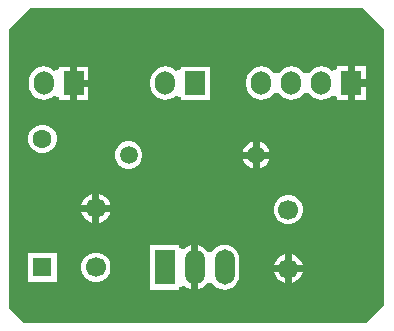
<source format=gbr>
G04*
G04 #@! TF.GenerationSoftware,Altium Limited,Altium Designer,25.8.1 (18)*
G04*
G04 Layer_Physical_Order=2*
G04 Layer_Color=16711680*
%FSLAX42Y42*%
%MOMM*%
G71*
G04*
G04 #@! TF.SameCoordinates,2F32B27C-ED81-4B25-BD7C-17359FCC7723*
G04*
G04*
G04 #@! TF.FilePolarity,Positive*
G04*
G01*
G75*
%ADD18C,1.60*%
%ADD19R,1.60X1.60*%
%ADD22C,1.70*%
%ADD23O,1.70X2.00*%
%ADD24R,1.70X2.00*%
%ADD25R,1.70X3.00*%
%ADD26O,1.70X3.00*%
%ADD27C,1.52*%
G36*
X7849Y12116D02*
Y9779D01*
X7696Y9627D01*
X4801D01*
X4674Y9754D01*
Y12116D01*
X4851Y12294D01*
X7671D01*
X7849Y12116D01*
D02*
G37*
%LPC*%
G36*
X7315Y11801D02*
X7283Y11797D01*
X7252Y11784D01*
X7226Y11764D01*
X7211Y11745D01*
X7188Y11741D01*
X7165Y11745D01*
X7150Y11764D01*
X7124Y11784D01*
X7094Y11797D01*
X7061Y11801D01*
X7029Y11797D01*
X6998Y11784D01*
X6972Y11764D01*
X6957Y11745D01*
X6934Y11741D01*
X6911Y11745D01*
X6896Y11764D01*
X6870Y11784D01*
X6840Y11797D01*
X6807Y11801D01*
X6775Y11797D01*
X6744Y11784D01*
X6718Y11764D01*
X6698Y11738D01*
X6685Y11708D01*
X6681Y11675D01*
Y11645D01*
X6685Y11612D01*
X6698Y11582D01*
X6718Y11556D01*
X6744Y11536D01*
X6775Y11523D01*
X6807Y11519D01*
X6840Y11523D01*
X6870Y11536D01*
X6896Y11556D01*
X6911Y11576D01*
X6934Y11579D01*
X6957Y11576D01*
X6972Y11556D01*
X6998Y11536D01*
X7029Y11523D01*
X7061Y11519D01*
X7094Y11523D01*
X7124Y11536D01*
X7150Y11556D01*
X7165Y11576D01*
X7188Y11579D01*
X7211Y11576D01*
X7226Y11556D01*
X7252Y11536D01*
X7283Y11523D01*
X7315Y11519D01*
X7348Y11523D01*
X7378Y11536D01*
X7404Y11556D01*
X7444Y11542D01*
Y11520D01*
X7539D01*
Y11660D01*
Y11800D01*
X7444D01*
Y11778D01*
X7404Y11764D01*
X7378Y11784D01*
X7348Y11797D01*
X7315Y11801D01*
D02*
G37*
G36*
X7694Y11800D02*
X7599D01*
Y11690D01*
X7694D01*
Y11800D01*
D02*
G37*
G36*
X5342Y11799D02*
X5247D01*
Y11689D01*
X5342D01*
Y11799D01*
D02*
G37*
G36*
X7694Y11630D02*
X7599D01*
Y11520D01*
X7694D01*
Y11630D01*
D02*
G37*
G36*
X5994Y11800D02*
X5962Y11795D01*
X5931Y11783D01*
X5905Y11763D01*
X5885Y11737D01*
X5873Y11706D01*
X5868Y11674D01*
Y11644D01*
X5873Y11611D01*
X5885Y11581D01*
X5905Y11554D01*
X5931Y11534D01*
X5962Y11522D01*
X5994Y11518D01*
X6027Y11522D01*
X6057Y11534D01*
X6084Y11554D01*
X6123Y11541D01*
Y11519D01*
X6373D01*
Y11799D01*
X6123D01*
Y11777D01*
X6084Y11763D01*
X6057Y11783D01*
X6027Y11795D01*
X5994Y11800D01*
D02*
G37*
G36*
X5342Y11629D02*
X5247D01*
Y11519D01*
X5342D01*
Y11629D01*
D02*
G37*
G36*
X4963Y11800D02*
X4930Y11795D01*
X4900Y11783D01*
X4874Y11763D01*
X4854Y11737D01*
X4841Y11706D01*
X4837Y11674D01*
Y11644D01*
X4841Y11611D01*
X4854Y11581D01*
X4874Y11554D01*
X4900Y11534D01*
X4930Y11522D01*
X4963Y11518D01*
X4995Y11522D01*
X5026Y11534D01*
X5052Y11554D01*
X5092Y11541D01*
Y11519D01*
X5187D01*
Y11659D01*
Y11799D01*
X5092D01*
Y11777D01*
X5052Y11763D01*
X5026Y11783D01*
X4995Y11795D01*
X4963Y11800D01*
D02*
G37*
G36*
X6793Y11161D02*
Y11079D01*
X6875D01*
X6871Y11094D01*
X6856Y11120D01*
X6834Y11142D01*
X6808Y11157D01*
X6793Y11161D01*
D02*
G37*
G36*
X6733D02*
X6718Y11157D01*
X6692Y11142D01*
X6670Y11120D01*
X6655Y11094D01*
X6651Y11079D01*
X6733D01*
Y11161D01*
D02*
G37*
G36*
X4969Y11306D02*
X4937D01*
X4907Y11298D01*
X4879Y11282D01*
X4857Y11260D01*
X4841Y11233D01*
X4833Y11202D01*
Y11171D01*
X4841Y11140D01*
X4857Y11113D01*
X4879Y11090D01*
X4907Y11075D01*
X4937Y11066D01*
X4969D01*
X4999Y11075D01*
X5027Y11090D01*
X5049Y11113D01*
X5065Y11140D01*
X5073Y11171D01*
Y11202D01*
X5065Y11233D01*
X5049Y11260D01*
X5027Y11282D01*
X4999Y11298D01*
X4969Y11306D01*
D02*
G37*
G36*
X6875Y11019D02*
X6793D01*
Y10937D01*
X6808Y10941D01*
X6834Y10956D01*
X6856Y10978D01*
X6871Y11004D01*
X6875Y11019D01*
D02*
G37*
G36*
X6733D02*
X6651D01*
X6655Y11004D01*
X6670Y10978D01*
X6692Y10956D01*
X6718Y10941D01*
X6733Y10937D01*
Y11019D01*
D02*
G37*
G36*
X5698Y11165D02*
X5668D01*
X5638Y11157D01*
X5612Y11142D01*
X5590Y11120D01*
X5575Y11094D01*
X5567Y11064D01*
Y11034D01*
X5575Y11004D01*
X5590Y10978D01*
X5612Y10956D01*
X5638Y10941D01*
X5668Y10933D01*
X5698D01*
X5728Y10941D01*
X5754Y10956D01*
X5776Y10978D01*
X5791Y11004D01*
X5799Y11034D01*
Y11064D01*
X5791Y11094D01*
X5776Y11120D01*
X5754Y11142D01*
X5728Y11157D01*
X5698Y11165D01*
D02*
G37*
G36*
X5435Y10720D02*
Y10629D01*
X5527D01*
X5522Y10647D01*
X5505Y10676D01*
X5482Y10699D01*
X5454Y10715D01*
X5435Y10720D01*
D02*
G37*
G36*
X5375D02*
X5357Y10715D01*
X5329Y10699D01*
X5305Y10676D01*
X5289Y10647D01*
X5284Y10629D01*
X5375D01*
Y10720D01*
D02*
G37*
G36*
X5527Y10569D02*
X5435D01*
Y10477D01*
X5454Y10482D01*
X5482Y10499D01*
X5505Y10522D01*
X5522Y10551D01*
X5527Y10569D01*
D02*
G37*
G36*
X5375D02*
X5284D01*
X5289Y10551D01*
X5305Y10522D01*
X5329Y10499D01*
X5357Y10482D01*
X5375Y10477D01*
Y10569D01*
D02*
G37*
G36*
X7052Y10713D02*
X7019D01*
X6988Y10704D01*
X6959Y10688D01*
X6936Y10665D01*
X6919Y10636D01*
X6911Y10604D01*
Y10571D01*
X6919Y10540D01*
X6936Y10511D01*
X6959Y10488D01*
X6988Y10471D01*
X7019Y10463D01*
X7052D01*
X7084Y10471D01*
X7113Y10488D01*
X7136Y10511D01*
X7152Y10540D01*
X7161Y10571D01*
Y10604D01*
X7152Y10636D01*
X7136Y10665D01*
X7113Y10688D01*
X7084Y10704D01*
X7052Y10713D01*
D02*
G37*
G36*
X6496Y10290D02*
X6463Y10286D01*
X6433Y10273D01*
X6407Y10253D01*
X6392Y10233D01*
X6369Y10230D01*
X6346Y10233D01*
X6331Y10253D01*
X6305Y10273D01*
X6275Y10286D01*
X6272Y10286D01*
Y10099D01*
Y9912D01*
X6275Y9912D01*
X6305Y9925D01*
X6331Y9945D01*
X6346Y9964D01*
X6369Y9968D01*
X6392Y9964D01*
X6407Y9945D01*
X6433Y9925D01*
X6463Y9912D01*
X6496Y9908D01*
X6529Y9912D01*
X6559Y9925D01*
X6585Y9945D01*
X6605Y9971D01*
X6618Y10001D01*
X6622Y10034D01*
Y10164D01*
X6618Y10196D01*
X6605Y10227D01*
X6585Y10253D01*
X6559Y10273D01*
X6529Y10286D01*
X6496Y10290D01*
D02*
G37*
G36*
X7066Y10209D02*
Y10118D01*
X7157D01*
X7152Y10136D01*
X7136Y10165D01*
X7113Y10188D01*
X7084Y10204D01*
X7066Y10209D01*
D02*
G37*
G36*
X7006D02*
X6988Y10204D01*
X6959Y10188D01*
X6936Y10165D01*
X6919Y10136D01*
X6914Y10118D01*
X7006D01*
Y10209D01*
D02*
G37*
G36*
X5073Y10219D02*
X4833D01*
Y9979D01*
X5073D01*
Y10219D01*
D02*
G37*
G36*
X5422Y10224D02*
X5389D01*
X5357Y10215D01*
X5329Y10199D01*
X5305Y10176D01*
X5289Y10147D01*
X5280Y10115D01*
Y10082D01*
X5289Y10051D01*
X5305Y10022D01*
X5329Y9999D01*
X5357Y9982D01*
X5389Y9974D01*
X5422D01*
X5454Y9982D01*
X5482Y9999D01*
X5505Y10022D01*
X5522Y10051D01*
X5530Y10082D01*
Y10115D01*
X5522Y10147D01*
X5505Y10176D01*
X5482Y10199D01*
X5454Y10215D01*
X5422Y10224D01*
D02*
G37*
G36*
X7157Y10058D02*
X7066D01*
Y9966D01*
X7084Y9971D01*
X7113Y9988D01*
X7136Y10011D01*
X7152Y10040D01*
X7157Y10058D01*
D02*
G37*
G36*
X7006D02*
X6914D01*
X6919Y10040D01*
X6936Y10011D01*
X6959Y9988D01*
X6988Y9971D01*
X7006Y9966D01*
Y10058D01*
D02*
G37*
G36*
X6113Y10289D02*
X5863D01*
Y9909D01*
X6113D01*
Y9931D01*
X6153Y9945D01*
X6179Y9925D01*
X6209Y9912D01*
X6212Y9912D01*
Y10099D01*
Y10286D01*
X6209Y10286D01*
X6179Y10273D01*
X6153Y10253D01*
X6113Y10267D01*
Y10289D01*
D02*
G37*
%LPD*%
D18*
X4953Y11186D02*
D03*
D19*
Y10099D02*
D03*
D22*
X7036Y10588D02*
D03*
Y10088D02*
D03*
X5405Y10099D02*
D03*
Y10599D02*
D03*
D23*
X5994Y11659D02*
D03*
X7061Y11660D02*
D03*
X7315D02*
D03*
X6807D02*
D03*
X4963Y11659D02*
D03*
D24*
X6248D02*
D03*
X7569Y11660D02*
D03*
X5217Y11659D02*
D03*
D25*
X5988Y10099D02*
D03*
D26*
X6242D02*
D03*
X6496D02*
D03*
D27*
X5683Y11049D02*
D03*
X6763D02*
D03*
M02*

</source>
